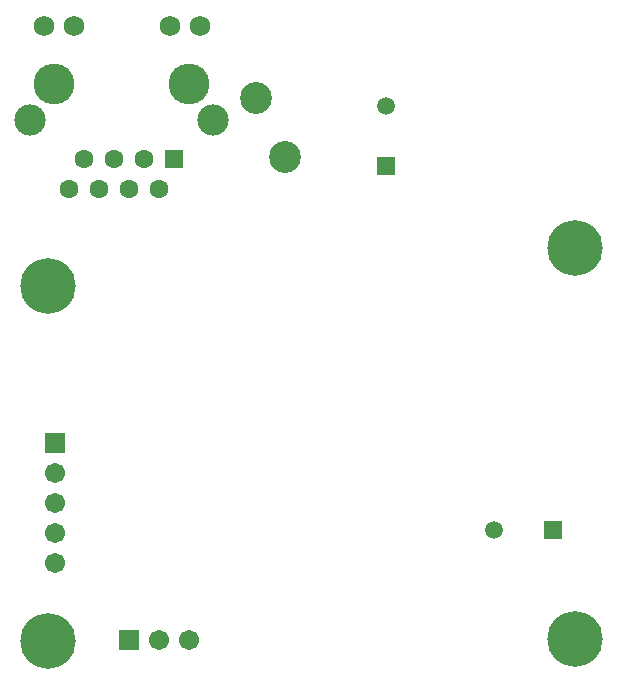
<source format=gbs>
G04*
G04 #@! TF.GenerationSoftware,Altium Limited,Altium Designer,20.0.13 (296)*
G04*
G04 Layer_Color=16711935*
%FSLAX44Y44*%
%MOMM*%
G71*
G01*
G75*
%ADD49R,1.5200X1.5200*%
%ADD51R,1.5200X1.5200*%
%ADD64C,1.5200*%
%ADD65C,4.7032*%
%ADD66C,2.7032*%
%ADD67C,3.4532*%
%ADD68C,2.6482*%
%ADD69C,1.7332*%
%ADD70C,1.6012*%
%ADD71R,1.6012X1.6012*%
%ADD72C,1.7032*%
%ADD73R,1.7032X1.7032*%
%ADD74R,1.7032X1.7032*%
D49*
X320500Y432250D02*
D03*
D51*
X461750Y123750D02*
D03*
D64*
X320500Y482250D02*
D03*
X411750Y123750D02*
D03*
D65*
X34250Y29750D02*
D03*
X480750Y31750D02*
D03*
X34250Y330000D02*
D03*
X480750Y362250D02*
D03*
D66*
X210000Y489500D02*
D03*
X235000Y439500D02*
D03*
D67*
X153900Y501250D02*
D03*
X39600D02*
D03*
D68*
X19300Y470750D02*
D03*
X174200D02*
D03*
D69*
X55900Y550250D02*
D03*
X30500D02*
D03*
X137600D02*
D03*
X163000D02*
D03*
D70*
X52350Y412350D02*
D03*
X65050Y437750D02*
D03*
X77750Y412350D02*
D03*
X90450Y437750D02*
D03*
X103150Y412350D02*
D03*
X115850Y437750D02*
D03*
X128550Y412350D02*
D03*
D71*
X141250Y437750D02*
D03*
D72*
X154000Y30250D02*
D03*
X128600D02*
D03*
X40000Y96100D02*
D03*
Y121500D02*
D03*
Y146900D02*
D03*
Y172300D02*
D03*
D73*
X103200Y30250D02*
D03*
D74*
X40000Y197700D02*
D03*
M02*

</source>
